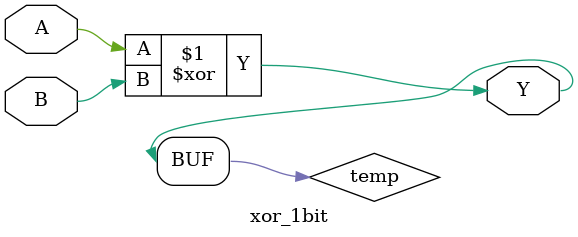
<source format=v>
module xor_1bit(A,B,Y);
input A,B;
output Y;
wire temp;

xor(temp,A,B);
assign Y=temp;
endmodule
</source>
